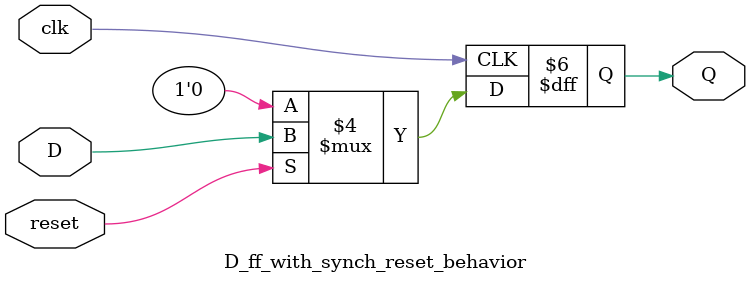
<source format=v>
`timescale 1ns / 1ps


module D_ff_with_synch_reset_behavior(
    input D,
    input clk,
    input reset,
    output reg Q
    );
    always @(posedge clk)
        if (!reset)
            begin
             Q <= 1'b0;
            end 
        else
            begin
                Q <= D;
            end
endmodule

</source>
